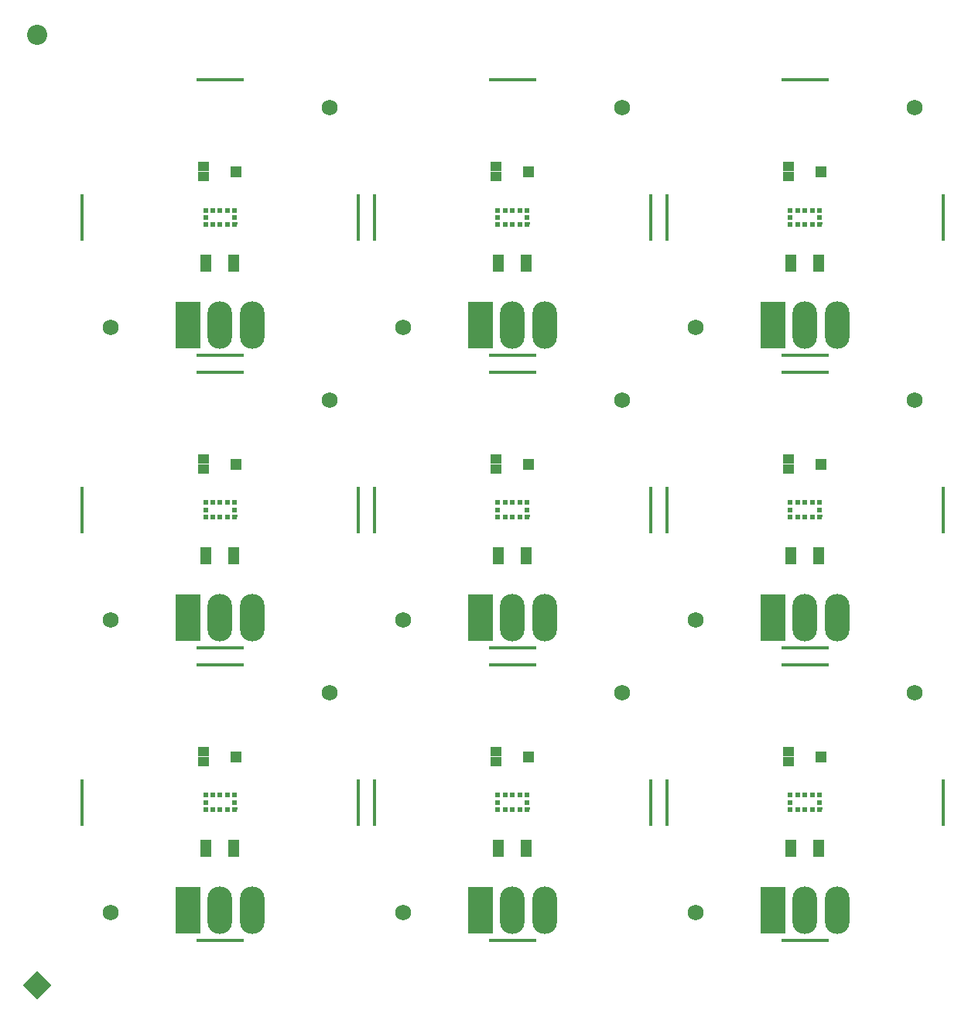
<source format=gts>
G04*
G04 #@! TF.GenerationSoftware,Altium Limited,Altium Designer,23.5.1 (21)*
G04*
G04 Layer_Color=8388736*
%FSAX44Y44*%
%MOMM*%
G71*
G04*
G04 #@! TF.SameCoordinates,899CF12F-B0FD-4176-B9D3-CD2A61966E73*
G04*
G04*
G04 #@! TF.FilePolarity,Negative*
G04*
G01*
G75*
%ADD15R,0.5000X0.5000*%
%ADD16C,0.4500*%
%ADD40P,3.1158X4X270.0*%
%ADD41C,2.2032*%
%ADD42R,1.3032X1.2032*%
%ADD43R,1.3032X1.0032*%
%ADD44R,1.2192X1.9812*%
%ADD45C,0.4032*%
%ADD46C,1.7272*%
%ADD47O,2.7032X5.2032*%
%ADD48R,2.7032X5.2032*%
G36*
X00879301Y00852001D02*
X00878501D01*
Y00849501D01*
X00873501D01*
Y00854501D01*
X00879301D01*
Y00852001D01*
D02*
G37*
G36*
X00559300D02*
X00558500D01*
Y00849501D01*
X00553500D01*
Y00854501D01*
X00559300D01*
Y00852001D01*
D02*
G37*
G36*
X00239300D02*
X00238500D01*
Y00849501D01*
X00233500D01*
Y00854501D01*
X00239300D01*
Y00852001D01*
D02*
G37*
G36*
X00879301Y00532000D02*
X00878501D01*
Y00529500D01*
X00873501D01*
Y00534500D01*
X00879301D01*
Y00532000D01*
D02*
G37*
G36*
X00559300D02*
X00558500D01*
Y00529500D01*
X00553500D01*
Y00534500D01*
X00559300D01*
Y00532000D01*
D02*
G37*
G36*
X00239300D02*
X00238500D01*
Y00529500D01*
X00233500D01*
Y00534500D01*
X00239300D01*
Y00532000D01*
D02*
G37*
G36*
X00879301Y00212000D02*
X00878501D01*
Y00209500D01*
X00873501D01*
Y00214500D01*
X00879301D01*
Y00212000D01*
D02*
G37*
G36*
X00559300D02*
X00558500D01*
Y00209500D01*
X00553500D01*
Y00214500D01*
X00559300D01*
Y00212000D01*
D02*
G37*
G36*
X00239300D02*
X00238500D01*
Y00209500D01*
X00233500D01*
Y00214500D01*
X00239300D01*
Y00212000D01*
D02*
G37*
D15*
X00228000D02*
D03*
X00220000D02*
D03*
X00212000D02*
D03*
X00204000D02*
D03*
Y00228000D02*
D03*
X00212000D02*
D03*
X00220000D02*
D03*
X00228000D02*
D03*
X00236000D02*
D03*
X00204000Y00220000D02*
D03*
X00236000D02*
D03*
X00548000Y00212000D02*
D03*
X00540000D02*
D03*
X00532000D02*
D03*
X00524000D02*
D03*
Y00228000D02*
D03*
X00532000D02*
D03*
X00540000D02*
D03*
X00548000D02*
D03*
X00556000D02*
D03*
X00524000Y00220000D02*
D03*
X00556000D02*
D03*
X00868001Y00212000D02*
D03*
X00860001D02*
D03*
X00852001D02*
D03*
X00844001D02*
D03*
Y00228000D02*
D03*
X00852001D02*
D03*
X00860001D02*
D03*
X00868001D02*
D03*
X00876001D02*
D03*
X00844001Y00220000D02*
D03*
X00876001D02*
D03*
X00228000Y00532000D02*
D03*
X00220000D02*
D03*
X00212000D02*
D03*
X00204000D02*
D03*
Y00548000D02*
D03*
X00212000D02*
D03*
X00220000D02*
D03*
X00228000D02*
D03*
X00236000D02*
D03*
X00204000Y00540000D02*
D03*
X00236000D02*
D03*
X00548000Y00532000D02*
D03*
X00540000D02*
D03*
X00532000D02*
D03*
X00524000D02*
D03*
Y00548000D02*
D03*
X00532000D02*
D03*
X00540000D02*
D03*
X00548000D02*
D03*
X00556000D02*
D03*
X00524000Y00540000D02*
D03*
X00556000D02*
D03*
X00868001Y00532000D02*
D03*
X00860001D02*
D03*
X00852001D02*
D03*
X00844001D02*
D03*
Y00548000D02*
D03*
X00852001D02*
D03*
X00860001D02*
D03*
X00868001D02*
D03*
X00876001D02*
D03*
X00844001Y00540000D02*
D03*
X00876001D02*
D03*
X00228000Y00852001D02*
D03*
X00220000D02*
D03*
X00212000D02*
D03*
X00204000D02*
D03*
Y00868000D02*
D03*
X00212000D02*
D03*
X00220000D02*
D03*
X00228000D02*
D03*
X00236000D02*
D03*
X00204000Y00860001D02*
D03*
X00236000D02*
D03*
X00548000Y00852001D02*
D03*
X00540000D02*
D03*
X00532000D02*
D03*
X00524000D02*
D03*
Y00868000D02*
D03*
X00532000D02*
D03*
X00540000D02*
D03*
X00548000D02*
D03*
X00556000D02*
D03*
X00524000Y00860001D02*
D03*
X00556000D02*
D03*
X00868001Y00852001D02*
D03*
X00860001D02*
D03*
X00852001D02*
D03*
X00844001D02*
D03*
Y00868000D02*
D03*
X00852001D02*
D03*
X00860001D02*
D03*
X00868001D02*
D03*
X00876001D02*
D03*
X00844001Y00860001D02*
D03*
X00876001D02*
D03*
D16*
X00236000Y00212000D02*
D03*
X00556000D02*
D03*
X00876001D02*
D03*
X00236000Y00532000D02*
D03*
X00556000D02*
D03*
X00876001D02*
D03*
X00236000Y00852001D02*
D03*
X00556000D02*
D03*
X00876001D02*
D03*
D40*
X00020000Y00020000D02*
D03*
D41*
X00020000Y01060000D02*
D03*
D42*
X00237750Y00270000D02*
D03*
X00557750D02*
D03*
X00877751D02*
D03*
X00237750Y00590000D02*
D03*
X00557750D02*
D03*
X00877751D02*
D03*
X00237750Y00910001D02*
D03*
X00557750D02*
D03*
X00877751D02*
D03*
D43*
X00202250Y00264500D02*
D03*
Y00275500D02*
D03*
X00522250Y00264500D02*
D03*
Y00275500D02*
D03*
X00842251Y00264500D02*
D03*
Y00275500D02*
D03*
X00202250Y00584500D02*
D03*
Y00595500D02*
D03*
X00522250Y00584500D02*
D03*
Y00595500D02*
D03*
X00842251Y00584500D02*
D03*
Y00595500D02*
D03*
X00202250Y00904501D02*
D03*
Y00915500D02*
D03*
X00522250Y00904501D02*
D03*
Y00915500D02*
D03*
X00842251Y00904501D02*
D03*
Y00915500D02*
D03*
D44*
X00235240Y00170000D02*
D03*
X00204760D02*
D03*
X00555240D02*
D03*
X00524760D02*
D03*
X00875241D02*
D03*
X00844761D02*
D03*
X00235240Y00490000D02*
D03*
X00204760D02*
D03*
X00555240D02*
D03*
X00524760D02*
D03*
X00875241D02*
D03*
X00844761D02*
D03*
X00235240Y00810000D02*
D03*
X00204760D02*
D03*
X00555240D02*
D03*
X00524760D02*
D03*
X00875241D02*
D03*
X00844761D02*
D03*
D45*
X00244000Y00370998D02*
D03*
X00241000D02*
D03*
X00238000Y00370998D02*
D03*
X00235000Y00370998D02*
D03*
X00232000D02*
D03*
X00229000Y00370998D02*
D03*
X00226000Y00370998D02*
D03*
X00223000D02*
D03*
X00220000D02*
D03*
X00217000D02*
D03*
X00214000Y00370998D02*
D03*
X00211000Y00370998D02*
D03*
X00202000D02*
D03*
X00205000Y00370998D02*
D03*
X00208000Y00370998D02*
D03*
X00199000Y00370998D02*
D03*
X00196000Y00370998D02*
D03*
X00196000Y00069002D02*
D03*
X00199000D02*
D03*
X00202000Y00069002D02*
D03*
X00205000Y00069002D02*
D03*
X00208000D02*
D03*
X00211000Y00069002D02*
D03*
X00214000Y00069002D02*
D03*
X00217000D02*
D03*
X00220000D02*
D03*
X00223000D02*
D03*
X00226000Y00069002D02*
D03*
X00229000Y00069002D02*
D03*
X00238000D02*
D03*
X00235000Y00069002D02*
D03*
X00232000Y00069002D02*
D03*
X00241000Y00069002D02*
D03*
X00244000Y00069002D02*
D03*
X00370998Y00196000D02*
D03*
Y00199000D02*
D03*
Y00202000D02*
D03*
Y00205000D02*
D03*
Y00208000D02*
D03*
Y00211000D02*
D03*
Y00214000D02*
D03*
Y00217000D02*
D03*
Y00220000D02*
D03*
Y00223000D02*
D03*
Y00226000D02*
D03*
Y00229000D02*
D03*
Y00238000D02*
D03*
Y00235000D02*
D03*
Y00232000D02*
D03*
Y00241000D02*
D03*
Y00244000D02*
D03*
X00069002Y00196000D02*
D03*
Y00199000D02*
D03*
Y00208000D02*
D03*
Y00205000D02*
D03*
Y00202000D02*
D03*
Y00211000D02*
D03*
Y00214000D02*
D03*
Y00217000D02*
D03*
Y00220000D02*
D03*
Y00223000D02*
D03*
Y00226000D02*
D03*
Y00229000D02*
D03*
Y00232000D02*
D03*
Y00235000D02*
D03*
Y00238000D02*
D03*
Y00241000D02*
D03*
Y00244000D02*
D03*
X00564000Y00370998D02*
D03*
X00561000D02*
D03*
X00558000Y00370998D02*
D03*
X00555000Y00370998D02*
D03*
X00552000D02*
D03*
X00549000Y00370998D02*
D03*
X00546000Y00370998D02*
D03*
X00543000D02*
D03*
X00540000D02*
D03*
X00537000D02*
D03*
X00534000Y00370998D02*
D03*
X00531000Y00370998D02*
D03*
X00522000D02*
D03*
X00525000Y00370998D02*
D03*
X00528000Y00370998D02*
D03*
X00519000Y00370998D02*
D03*
X00516000Y00370998D02*
D03*
X00516000Y00069002D02*
D03*
X00519000D02*
D03*
X00522000Y00069002D02*
D03*
X00525000Y00069002D02*
D03*
X00528000D02*
D03*
X00531000Y00069002D02*
D03*
X00534000Y00069002D02*
D03*
X00537000D02*
D03*
X00540000D02*
D03*
X00543000D02*
D03*
X00546000Y00069002D02*
D03*
X00549000Y00069002D02*
D03*
X00558000D02*
D03*
X00555000Y00069002D02*
D03*
X00552000Y00069002D02*
D03*
X00561000Y00069002D02*
D03*
X00564000Y00069002D02*
D03*
X00690998Y00196000D02*
D03*
Y00199000D02*
D03*
Y00202000D02*
D03*
Y00205000D02*
D03*
Y00208000D02*
D03*
Y00211000D02*
D03*
Y00214000D02*
D03*
Y00217000D02*
D03*
Y00220000D02*
D03*
Y00223000D02*
D03*
Y00226000D02*
D03*
Y00229000D02*
D03*
Y00238000D02*
D03*
Y00235000D02*
D03*
Y00232000D02*
D03*
Y00241000D02*
D03*
Y00244000D02*
D03*
X00389003Y00196000D02*
D03*
Y00199000D02*
D03*
Y00208000D02*
D03*
Y00205000D02*
D03*
Y00202000D02*
D03*
Y00211000D02*
D03*
Y00214000D02*
D03*
Y00217000D02*
D03*
Y00220000D02*
D03*
Y00223000D02*
D03*
Y00226000D02*
D03*
Y00229000D02*
D03*
Y00232000D02*
D03*
Y00235000D02*
D03*
Y00238000D02*
D03*
Y00241000D02*
D03*
Y00244000D02*
D03*
X00884001Y00370998D02*
D03*
X00881001D02*
D03*
X00878001Y00370998D02*
D03*
X00875001Y00370998D02*
D03*
X00872001D02*
D03*
X00869001Y00370998D02*
D03*
X00866001Y00370998D02*
D03*
X00863001D02*
D03*
X00860001D02*
D03*
X00857001D02*
D03*
X00854001Y00370998D02*
D03*
X00851001Y00370998D02*
D03*
X00842001D02*
D03*
X00845001Y00370998D02*
D03*
X00848001Y00370998D02*
D03*
X00839001Y00370998D02*
D03*
X00836001Y00370998D02*
D03*
X00836001Y00069002D02*
D03*
X00839001D02*
D03*
X00842001Y00069002D02*
D03*
X00845001Y00069002D02*
D03*
X00848001D02*
D03*
X00851001Y00069002D02*
D03*
X00854001Y00069002D02*
D03*
X00857001D02*
D03*
X00860001D02*
D03*
X00863001D02*
D03*
X00866001Y00069002D02*
D03*
X00869001Y00069002D02*
D03*
X00878001D02*
D03*
X00875001Y00069002D02*
D03*
X00872001Y00069002D02*
D03*
X00881001Y00069002D02*
D03*
X00884001Y00069002D02*
D03*
X01010998Y00196000D02*
D03*
Y00199000D02*
D03*
Y00202000D02*
D03*
Y00205000D02*
D03*
Y00208000D02*
D03*
Y00211000D02*
D03*
Y00214000D02*
D03*
Y00217000D02*
D03*
Y00220000D02*
D03*
Y00223000D02*
D03*
Y00226000D02*
D03*
Y00229000D02*
D03*
Y00238000D02*
D03*
Y00235000D02*
D03*
Y00232000D02*
D03*
Y00241000D02*
D03*
Y00244000D02*
D03*
X00709003Y00196000D02*
D03*
Y00199000D02*
D03*
Y00208000D02*
D03*
Y00205000D02*
D03*
Y00202000D02*
D03*
Y00211000D02*
D03*
Y00214000D02*
D03*
Y00217000D02*
D03*
Y00220000D02*
D03*
Y00223000D02*
D03*
Y00226000D02*
D03*
Y00229000D02*
D03*
Y00232000D02*
D03*
Y00235000D02*
D03*
Y00238000D02*
D03*
Y00241000D02*
D03*
Y00244000D02*
D03*
X00244000Y00690998D02*
D03*
X00241000D02*
D03*
X00238000Y00690998D02*
D03*
X00235000Y00690998D02*
D03*
X00232000D02*
D03*
X00229000Y00690998D02*
D03*
X00226000Y00690998D02*
D03*
X00223000D02*
D03*
X00220000D02*
D03*
X00217000D02*
D03*
X00214000Y00690998D02*
D03*
X00211000Y00690998D02*
D03*
X00202000D02*
D03*
X00205000Y00690998D02*
D03*
X00208000Y00690998D02*
D03*
X00199000Y00690998D02*
D03*
X00196000Y00690998D02*
D03*
X00196000Y00389002D02*
D03*
X00199000D02*
D03*
X00202000Y00389002D02*
D03*
X00205000Y00389002D02*
D03*
X00208000D02*
D03*
X00211000Y00389002D02*
D03*
X00214000Y00389002D02*
D03*
X00217000D02*
D03*
X00220000D02*
D03*
X00223000D02*
D03*
X00226000Y00389002D02*
D03*
X00229000Y00389002D02*
D03*
X00238000D02*
D03*
X00235000Y00389002D02*
D03*
X00232000Y00389002D02*
D03*
X00241000Y00389002D02*
D03*
X00244000Y00389002D02*
D03*
X00370998Y00516000D02*
D03*
Y00519000D02*
D03*
Y00522000D02*
D03*
Y00525000D02*
D03*
Y00528000D02*
D03*
Y00531000D02*
D03*
Y00534000D02*
D03*
Y00537000D02*
D03*
Y00540000D02*
D03*
Y00543000D02*
D03*
Y00546000D02*
D03*
Y00549000D02*
D03*
Y00558000D02*
D03*
Y00555000D02*
D03*
Y00552000D02*
D03*
Y00561000D02*
D03*
Y00564000D02*
D03*
X00069002Y00516000D02*
D03*
Y00519000D02*
D03*
Y00528000D02*
D03*
Y00525000D02*
D03*
Y00522000D02*
D03*
Y00531000D02*
D03*
Y00534000D02*
D03*
Y00537000D02*
D03*
Y00540000D02*
D03*
Y00543000D02*
D03*
Y00546000D02*
D03*
Y00549000D02*
D03*
Y00552000D02*
D03*
Y00555000D02*
D03*
Y00558000D02*
D03*
Y00561000D02*
D03*
Y00564000D02*
D03*
X00564000Y00690998D02*
D03*
X00561000D02*
D03*
X00558000Y00690998D02*
D03*
X00555000Y00690998D02*
D03*
X00552000D02*
D03*
X00549000Y00690998D02*
D03*
X00546000Y00690998D02*
D03*
X00543000D02*
D03*
X00540000D02*
D03*
X00537000D02*
D03*
X00534000Y00690998D02*
D03*
X00531000Y00690998D02*
D03*
X00522000D02*
D03*
X00525000Y00690998D02*
D03*
X00528000Y00690998D02*
D03*
X00519000Y00690998D02*
D03*
X00516000Y00690998D02*
D03*
X00516000Y00389002D02*
D03*
X00519000D02*
D03*
X00522000Y00389002D02*
D03*
X00525000Y00389002D02*
D03*
X00528000D02*
D03*
X00531000Y00389002D02*
D03*
X00534000Y00389002D02*
D03*
X00537000D02*
D03*
X00540000D02*
D03*
X00543000D02*
D03*
X00546000Y00389002D02*
D03*
X00549000Y00389002D02*
D03*
X00558000D02*
D03*
X00555000Y00389002D02*
D03*
X00552000Y00389002D02*
D03*
X00561000Y00389002D02*
D03*
X00564000Y00389002D02*
D03*
X00690998Y00516000D02*
D03*
Y00519000D02*
D03*
Y00522000D02*
D03*
Y00525000D02*
D03*
Y00528000D02*
D03*
Y00531000D02*
D03*
Y00534000D02*
D03*
Y00537000D02*
D03*
Y00540000D02*
D03*
Y00543000D02*
D03*
Y00546000D02*
D03*
Y00549000D02*
D03*
Y00558000D02*
D03*
Y00555000D02*
D03*
Y00552000D02*
D03*
Y00561000D02*
D03*
Y00564000D02*
D03*
X00389003Y00516000D02*
D03*
Y00519000D02*
D03*
Y00528000D02*
D03*
Y00525000D02*
D03*
Y00522000D02*
D03*
Y00531000D02*
D03*
Y00534000D02*
D03*
Y00537000D02*
D03*
Y00540000D02*
D03*
Y00543000D02*
D03*
Y00546000D02*
D03*
Y00549000D02*
D03*
Y00552000D02*
D03*
Y00555000D02*
D03*
Y00558000D02*
D03*
Y00561000D02*
D03*
Y00564000D02*
D03*
X00884001Y00690998D02*
D03*
X00881001D02*
D03*
X00878001Y00690998D02*
D03*
X00875001Y00690998D02*
D03*
X00872001D02*
D03*
X00869001Y00690998D02*
D03*
X00866001Y00690998D02*
D03*
X00863001D02*
D03*
X00860001D02*
D03*
X00857001D02*
D03*
X00854001Y00690998D02*
D03*
X00851001Y00690998D02*
D03*
X00842001D02*
D03*
X00845001Y00690998D02*
D03*
X00848001Y00690998D02*
D03*
X00839001Y00690998D02*
D03*
X00836001Y00690998D02*
D03*
X00836001Y00389002D02*
D03*
X00839001D02*
D03*
X00842001Y00389002D02*
D03*
X00845001Y00389002D02*
D03*
X00848001D02*
D03*
X00851001Y00389002D02*
D03*
X00854001Y00389002D02*
D03*
X00857001D02*
D03*
X00860001D02*
D03*
X00863001D02*
D03*
X00866001Y00389002D02*
D03*
X00869001Y00389002D02*
D03*
X00878001D02*
D03*
X00875001Y00389002D02*
D03*
X00872001Y00389002D02*
D03*
X00881001Y00389002D02*
D03*
X00884001Y00389002D02*
D03*
X01010998Y00516000D02*
D03*
Y00519000D02*
D03*
Y00522000D02*
D03*
Y00525000D02*
D03*
Y00528000D02*
D03*
Y00531000D02*
D03*
Y00534000D02*
D03*
Y00537000D02*
D03*
Y00540000D02*
D03*
Y00543000D02*
D03*
Y00546000D02*
D03*
Y00549000D02*
D03*
Y00558000D02*
D03*
Y00555000D02*
D03*
Y00552000D02*
D03*
Y00561000D02*
D03*
Y00564000D02*
D03*
X00709003Y00516000D02*
D03*
Y00519000D02*
D03*
Y00528000D02*
D03*
Y00525000D02*
D03*
Y00522000D02*
D03*
Y00531000D02*
D03*
Y00534000D02*
D03*
Y00537000D02*
D03*
Y00540000D02*
D03*
Y00543000D02*
D03*
Y00546000D02*
D03*
Y00549000D02*
D03*
Y00552000D02*
D03*
Y00555000D02*
D03*
Y00558000D02*
D03*
Y00561000D02*
D03*
Y00564000D02*
D03*
X00244000Y01010998D02*
D03*
X00241000D02*
D03*
X00238000Y01010998D02*
D03*
X00235000Y01010998D02*
D03*
X00232000D02*
D03*
X00229000Y01010998D02*
D03*
X00226000Y01010998D02*
D03*
X00223000D02*
D03*
X00220000D02*
D03*
X00217000D02*
D03*
X00214000Y01010998D02*
D03*
X00211000Y01010998D02*
D03*
X00202000D02*
D03*
X00205000Y01010998D02*
D03*
X00208000Y01010998D02*
D03*
X00199000Y01010998D02*
D03*
X00196000Y01010998D02*
D03*
X00196000Y00709003D02*
D03*
X00199000D02*
D03*
X00202000Y00709003D02*
D03*
X00205000Y00709003D02*
D03*
X00208000D02*
D03*
X00211000Y00709003D02*
D03*
X00214000Y00709003D02*
D03*
X00217000D02*
D03*
X00220000D02*
D03*
X00223000D02*
D03*
X00226000Y00709003D02*
D03*
X00229000Y00709003D02*
D03*
X00238000D02*
D03*
X00235000Y00709003D02*
D03*
X00232000Y00709003D02*
D03*
X00241000Y00709003D02*
D03*
X00244000Y00709003D02*
D03*
X00370998Y00836001D02*
D03*
Y00839000D02*
D03*
Y00842001D02*
D03*
Y00845001D02*
D03*
Y00848000D02*
D03*
Y00851001D02*
D03*
Y00854000D02*
D03*
Y00857000D02*
D03*
Y00860000D02*
D03*
Y00863000D02*
D03*
Y00866000D02*
D03*
Y00869000D02*
D03*
Y00878000D02*
D03*
Y00875000D02*
D03*
Y00872000D02*
D03*
Y00881000D02*
D03*
Y00884000D02*
D03*
X00069002Y00836001D02*
D03*
Y00839000D02*
D03*
Y00848000D02*
D03*
Y00845001D02*
D03*
Y00842001D02*
D03*
Y00851001D02*
D03*
Y00854000D02*
D03*
Y00857000D02*
D03*
Y00860000D02*
D03*
Y00863000D02*
D03*
Y00866000D02*
D03*
Y00869000D02*
D03*
Y00872000D02*
D03*
Y00875000D02*
D03*
Y00878000D02*
D03*
Y00881000D02*
D03*
Y00884000D02*
D03*
X00564000Y01010998D02*
D03*
X00561000D02*
D03*
X00558000Y01010998D02*
D03*
X00555000Y01010998D02*
D03*
X00552000D02*
D03*
X00549000Y01010998D02*
D03*
X00546000Y01010998D02*
D03*
X00543000D02*
D03*
X00540000D02*
D03*
X00537000D02*
D03*
X00534000Y01010998D02*
D03*
X00531000Y01010998D02*
D03*
X00522000D02*
D03*
X00525000Y01010998D02*
D03*
X00528000Y01010998D02*
D03*
X00519000Y01010998D02*
D03*
X00516000Y01010998D02*
D03*
X00516000Y00709003D02*
D03*
X00519000D02*
D03*
X00522000Y00709003D02*
D03*
X00525000Y00709003D02*
D03*
X00528000D02*
D03*
X00531000Y00709003D02*
D03*
X00534000Y00709003D02*
D03*
X00537000D02*
D03*
X00540000D02*
D03*
X00543000D02*
D03*
X00546000Y00709003D02*
D03*
X00549000Y00709003D02*
D03*
X00558000D02*
D03*
X00555000Y00709003D02*
D03*
X00552000Y00709003D02*
D03*
X00561000Y00709003D02*
D03*
X00564000Y00709003D02*
D03*
X00690998Y00836001D02*
D03*
Y00839000D02*
D03*
Y00842001D02*
D03*
Y00845001D02*
D03*
Y00848000D02*
D03*
Y00851001D02*
D03*
Y00854000D02*
D03*
Y00857000D02*
D03*
Y00860000D02*
D03*
Y00863000D02*
D03*
Y00866000D02*
D03*
Y00869000D02*
D03*
Y00878000D02*
D03*
Y00875000D02*
D03*
Y00872000D02*
D03*
Y00881000D02*
D03*
Y00884000D02*
D03*
X00389003Y00836001D02*
D03*
Y00839000D02*
D03*
Y00848000D02*
D03*
Y00845001D02*
D03*
Y00842001D02*
D03*
Y00851001D02*
D03*
Y00854000D02*
D03*
Y00857000D02*
D03*
Y00860000D02*
D03*
Y00863000D02*
D03*
Y00866000D02*
D03*
Y00869000D02*
D03*
Y00872000D02*
D03*
Y00875000D02*
D03*
Y00878000D02*
D03*
Y00881000D02*
D03*
Y00884000D02*
D03*
X00884001Y01010998D02*
D03*
X00881001D02*
D03*
X00878001Y01010998D02*
D03*
X00875001Y01010998D02*
D03*
X00872001D02*
D03*
X00869001Y01010998D02*
D03*
X00866001Y01010998D02*
D03*
X00863001D02*
D03*
X00860001D02*
D03*
X00857001D02*
D03*
X00854001Y01010998D02*
D03*
X00851001Y01010998D02*
D03*
X00842001D02*
D03*
X00845001Y01010998D02*
D03*
X00848001Y01010998D02*
D03*
X00839001Y01010998D02*
D03*
X00836001Y01010998D02*
D03*
X00836001Y00709003D02*
D03*
X00839001D02*
D03*
X00842001Y00709003D02*
D03*
X00845001Y00709003D02*
D03*
X00848001D02*
D03*
X00851001Y00709003D02*
D03*
X00854001Y00709003D02*
D03*
X00857001D02*
D03*
X00860001D02*
D03*
X00863001D02*
D03*
X00866001Y00709003D02*
D03*
X00869001Y00709003D02*
D03*
X00878001D02*
D03*
X00875001Y00709003D02*
D03*
X00872001Y00709003D02*
D03*
X00881001Y00709003D02*
D03*
X00884001Y00709003D02*
D03*
X01010998Y00836001D02*
D03*
Y00839000D02*
D03*
Y00842001D02*
D03*
Y00845001D02*
D03*
Y00848000D02*
D03*
Y00851001D02*
D03*
Y00854000D02*
D03*
Y00857000D02*
D03*
Y00860000D02*
D03*
Y00863000D02*
D03*
Y00866000D02*
D03*
Y00869000D02*
D03*
Y00878000D02*
D03*
Y00875000D02*
D03*
Y00872000D02*
D03*
Y00881000D02*
D03*
Y00884000D02*
D03*
X00709003Y00836001D02*
D03*
Y00839000D02*
D03*
Y00848000D02*
D03*
Y00845001D02*
D03*
Y00842001D02*
D03*
Y00851001D02*
D03*
Y00854000D02*
D03*
Y00857000D02*
D03*
Y00860000D02*
D03*
Y00863000D02*
D03*
Y00866000D02*
D03*
Y00869000D02*
D03*
Y00872000D02*
D03*
Y00875000D02*
D03*
Y00878000D02*
D03*
Y00881000D02*
D03*
Y00884000D02*
D03*
D46*
X00100000Y00100000D02*
D03*
X00340000Y00340000D02*
D03*
X00420000Y00100000D02*
D03*
X00660001Y00340000D02*
D03*
X00740001Y00100000D02*
D03*
X00980001Y00340000D02*
D03*
X00100000Y00420000D02*
D03*
X00340000Y00660001D02*
D03*
X00420000Y00420000D02*
D03*
X00660001Y00660001D02*
D03*
X00740001Y00420000D02*
D03*
X00980001Y00660001D02*
D03*
X00100000Y00740000D02*
D03*
X00340000Y00980001D02*
D03*
X00420000Y00740000D02*
D03*
X00660001Y00980001D02*
D03*
X00740001Y00740000D02*
D03*
X00980001Y00980001D02*
D03*
D47*
X00255000Y00102164D02*
D03*
X00220000D02*
D03*
X00575000D02*
D03*
X00540000D02*
D03*
X00895001D02*
D03*
X00860001D02*
D03*
X00255000Y00422164D02*
D03*
X00220000D02*
D03*
X00575000D02*
D03*
X00540000D02*
D03*
X00895001D02*
D03*
X00860001D02*
D03*
X00255000Y00742164D02*
D03*
X00220000D02*
D03*
X00575000D02*
D03*
X00540000D02*
D03*
X00895001D02*
D03*
X00860001D02*
D03*
D48*
X00185000Y00102164D02*
D03*
X00505000D02*
D03*
X00825001D02*
D03*
X00185000Y00422164D02*
D03*
X00505000D02*
D03*
X00825001D02*
D03*
X00185000Y00742164D02*
D03*
X00505000D02*
D03*
X00825001D02*
D03*
M02*

</source>
